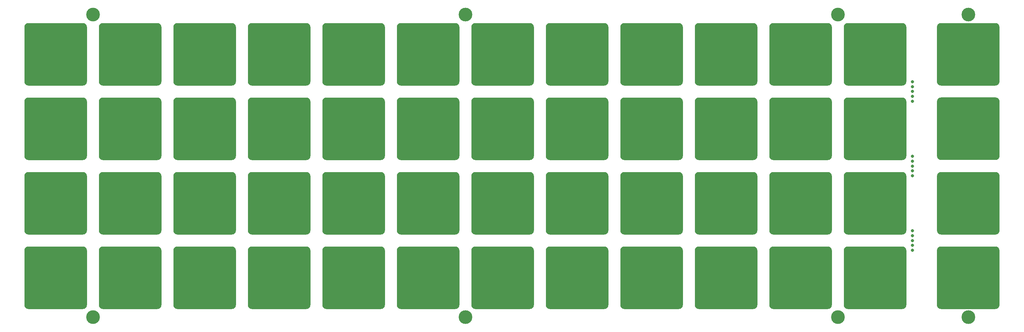
<source format=gbr>
G04 #@! TF.GenerationSoftware,KiCad,Pcbnew,(5.1.10-1-10_14)*
G04 #@! TF.CreationDate,2021-08-20T16:51:13-05:00*
G04 #@! TF.ProjectId,ori_top_plate,6f72695f-746f-4705-9f70-6c6174652e6b,rev?*
G04 #@! TF.SameCoordinates,Original*
G04 #@! TF.FileFunction,Soldermask,Top*
G04 #@! TF.FilePolarity,Negative*
%FSLAX46Y46*%
G04 Gerber Fmt 4.6, Leading zero omitted, Abs format (unit mm)*
G04 Created by KiCad (PCBNEW (5.1.10-1-10_14)) date 2021-08-20 16:51:13*
%MOMM*%
%LPD*%
G01*
G04 APERTURE LIST*
%ADD10C,0.800000*%
%ADD11C,3.500000*%
G04 APERTURE END LIST*
G36*
G01*
X397336010Y-100164700D02*
X397336010Y-114148700D01*
G75*
G02*
X396328010Y-115156700I-1008000J0D01*
G01*
X382344010Y-115156700D01*
G75*
G02*
X381336010Y-114148700I0J1008000D01*
G01*
X381336010Y-100164700D01*
G75*
G02*
X382344010Y-99156700I1008000J0D01*
G01*
X396328010Y-99156700D01*
G75*
G02*
X397336010Y-100164700I0J-1008000D01*
G01*
G37*
G36*
G01*
X397361002Y-81114620D02*
X397361002Y-95098620D01*
G75*
G02*
X396353002Y-96106620I-1008000J0D01*
G01*
X382369002Y-96106620D01*
G75*
G02*
X381361002Y-95098620I0J1008000D01*
G01*
X381361002Y-81114620D01*
G75*
G02*
X382369002Y-80106620I1008000J0D01*
G01*
X396353002Y-80106620D01*
G75*
G02*
X397361002Y-81114620I0J-1008000D01*
G01*
G37*
G36*
G01*
X397361370Y-62051880D02*
X397361370Y-76035880D01*
G75*
G02*
X396353370Y-77043880I-1008000J0D01*
G01*
X382369370Y-77043880D01*
G75*
G02*
X381361370Y-76035880I0J1008000D01*
G01*
X381361370Y-62051880D01*
G75*
G02*
X382369370Y-61043880I1008000J0D01*
G01*
X396353370Y-61043880D01*
G75*
G02*
X397361370Y-62051880I0J-1008000D01*
G01*
G37*
G36*
G01*
X397336010Y-43014460D02*
X397336010Y-56998460D01*
G75*
G02*
X396328010Y-58006460I-1008000J0D01*
G01*
X382344010Y-58006460D01*
G75*
G02*
X381336010Y-56998460I0J1008000D01*
G01*
X381336010Y-43014460D01*
G75*
G02*
X382344010Y-42006460I1008000J0D01*
G01*
X396328010Y-42006460D01*
G75*
G02*
X397336010Y-43014460I0J-1008000D01*
G01*
G37*
G36*
G01*
X373523410Y-100164700D02*
X373523410Y-114148700D01*
G75*
G02*
X372515410Y-115156700I-1008000J0D01*
G01*
X358531410Y-115156700D01*
G75*
G02*
X357523410Y-114148700I0J1008000D01*
G01*
X357523410Y-100164700D01*
G75*
G02*
X358531410Y-99156700I1008000J0D01*
G01*
X372515410Y-99156700D01*
G75*
G02*
X373523410Y-100164700I0J-1008000D01*
G01*
G37*
G36*
G01*
X354473330Y-100168000D02*
X354473330Y-114152000D01*
G75*
G02*
X353465330Y-115160000I-1008000J0D01*
G01*
X339481330Y-115160000D01*
G75*
G02*
X338473330Y-114152000I0J1008000D01*
G01*
X338473330Y-100168000D01*
G75*
G02*
X339481330Y-99160000I1008000J0D01*
G01*
X353465330Y-99160000D01*
G75*
G02*
X354473330Y-100168000I0J-1008000D01*
G01*
G37*
G36*
G01*
X335423250Y-100164700D02*
X335423250Y-114148700D01*
G75*
G02*
X334415250Y-115156700I-1008000J0D01*
G01*
X320431250Y-115156700D01*
G75*
G02*
X319423250Y-114148700I0J1008000D01*
G01*
X319423250Y-100164700D01*
G75*
G02*
X320431250Y-99156700I1008000J0D01*
G01*
X334415250Y-99156700D01*
G75*
G02*
X335423250Y-100164700I0J-1008000D01*
G01*
G37*
G36*
G01*
X316373170Y-100164700D02*
X316373170Y-114148700D01*
G75*
G02*
X315365170Y-115156700I-1008000J0D01*
G01*
X301381170Y-115156700D01*
G75*
G02*
X300373170Y-114148700I0J1008000D01*
G01*
X300373170Y-100164700D01*
G75*
G02*
X301381170Y-99156700I1008000J0D01*
G01*
X315365170Y-99156700D01*
G75*
G02*
X316373170Y-100164700I0J-1008000D01*
G01*
G37*
G36*
G01*
X297323090Y-100164700D02*
X297323090Y-114148700D01*
G75*
G02*
X296315090Y-115156700I-1008000J0D01*
G01*
X282331090Y-115156700D01*
G75*
G02*
X281323090Y-114148700I0J1008000D01*
G01*
X281323090Y-100164700D01*
G75*
G02*
X282331090Y-99156700I1008000J0D01*
G01*
X296315090Y-99156700D01*
G75*
G02*
X297323090Y-100164700I0J-1008000D01*
G01*
G37*
G36*
G01*
X278273010Y-100164700D02*
X278273010Y-114148700D01*
G75*
G02*
X277265010Y-115156700I-1008000J0D01*
G01*
X263281010Y-115156700D01*
G75*
G02*
X262273010Y-114148700I0J1008000D01*
G01*
X262273010Y-100164700D01*
G75*
G02*
X263281010Y-99156700I1008000J0D01*
G01*
X277265010Y-99156700D01*
G75*
G02*
X278273010Y-100164700I0J-1008000D01*
G01*
G37*
G36*
G01*
X259222930Y-100164700D02*
X259222930Y-114148700D01*
G75*
G02*
X258214930Y-115156700I-1008000J0D01*
G01*
X244230930Y-115156700D01*
G75*
G02*
X243222930Y-114148700I0J1008000D01*
G01*
X243222930Y-100164700D01*
G75*
G02*
X244230930Y-99156700I1008000J0D01*
G01*
X258214930Y-99156700D01*
G75*
G02*
X259222930Y-100164700I0J-1008000D01*
G01*
G37*
G36*
G01*
X240172850Y-100164700D02*
X240172850Y-114148700D01*
G75*
G02*
X239164850Y-115156700I-1008000J0D01*
G01*
X225180850Y-115156700D01*
G75*
G02*
X224172850Y-114148700I0J1008000D01*
G01*
X224172850Y-100164700D01*
G75*
G02*
X225180850Y-99156700I1008000J0D01*
G01*
X239164850Y-99156700D01*
G75*
G02*
X240172850Y-100164700I0J-1008000D01*
G01*
G37*
G36*
G01*
X221122770Y-100164700D02*
X221122770Y-114148700D01*
G75*
G02*
X220114770Y-115156700I-1008000J0D01*
G01*
X206130770Y-115156700D01*
G75*
G02*
X205122770Y-114148700I0J1008000D01*
G01*
X205122770Y-100164700D01*
G75*
G02*
X206130770Y-99156700I1008000J0D01*
G01*
X220114770Y-99156700D01*
G75*
G02*
X221122770Y-100164700I0J-1008000D01*
G01*
G37*
G36*
G01*
X202072690Y-100164700D02*
X202072690Y-114148700D01*
G75*
G02*
X201064690Y-115156700I-1008000J0D01*
G01*
X187080690Y-115156700D01*
G75*
G02*
X186072690Y-114148700I0J1008000D01*
G01*
X186072690Y-100164700D01*
G75*
G02*
X187080690Y-99156700I1008000J0D01*
G01*
X201064690Y-99156700D01*
G75*
G02*
X202072690Y-100164700I0J-1008000D01*
G01*
G37*
G36*
G01*
X183022610Y-100164700D02*
X183022610Y-114148700D01*
G75*
G02*
X182014610Y-115156700I-1008000J0D01*
G01*
X168030610Y-115156700D01*
G75*
G02*
X167022610Y-114148700I0J1008000D01*
G01*
X167022610Y-100164700D01*
G75*
G02*
X168030610Y-99156700I1008000J0D01*
G01*
X182014610Y-99156700D01*
G75*
G02*
X183022610Y-100164700I0J-1008000D01*
G01*
G37*
G36*
G01*
X163972530Y-100164700D02*
X163972530Y-114148700D01*
G75*
G02*
X162964530Y-115156700I-1008000J0D01*
G01*
X148980530Y-115156700D01*
G75*
G02*
X147972530Y-114148700I0J1008000D01*
G01*
X147972530Y-100164700D01*
G75*
G02*
X148980530Y-99156700I1008000J0D01*
G01*
X162964530Y-99156700D01*
G75*
G02*
X163972530Y-100164700I0J-1008000D01*
G01*
G37*
G36*
G01*
X373523410Y-81114620D02*
X373523410Y-95098620D01*
G75*
G02*
X372515410Y-96106620I-1008000J0D01*
G01*
X358531410Y-96106620D01*
G75*
G02*
X357523410Y-95098620I0J1008000D01*
G01*
X357523410Y-81114620D01*
G75*
G02*
X358531410Y-80106620I1008000J0D01*
G01*
X372515410Y-80106620D01*
G75*
G02*
X373523410Y-81114620I0J-1008000D01*
G01*
G37*
G36*
G01*
X354473330Y-81114620D02*
X354473330Y-95098620D01*
G75*
G02*
X353465330Y-96106620I-1008000J0D01*
G01*
X339481330Y-96106620D01*
G75*
G02*
X338473330Y-95098620I0J1008000D01*
G01*
X338473330Y-81114620D01*
G75*
G02*
X339481330Y-80106620I1008000J0D01*
G01*
X353465330Y-80106620D01*
G75*
G02*
X354473330Y-81114620I0J-1008000D01*
G01*
G37*
G36*
G01*
X335423250Y-81114620D02*
X335423250Y-95098620D01*
G75*
G02*
X334415250Y-96106620I-1008000J0D01*
G01*
X320431250Y-96106620D01*
G75*
G02*
X319423250Y-95098620I0J1008000D01*
G01*
X319423250Y-81114620D01*
G75*
G02*
X320431250Y-80106620I1008000J0D01*
G01*
X334415250Y-80106620D01*
G75*
G02*
X335423250Y-81114620I0J-1008000D01*
G01*
G37*
G36*
G01*
X316373170Y-81114620D02*
X316373170Y-95098620D01*
G75*
G02*
X315365170Y-96106620I-1008000J0D01*
G01*
X301381170Y-96106620D01*
G75*
G02*
X300373170Y-95098620I0J1008000D01*
G01*
X300373170Y-81114620D01*
G75*
G02*
X301381170Y-80106620I1008000J0D01*
G01*
X315365170Y-80106620D01*
G75*
G02*
X316373170Y-81114620I0J-1008000D01*
G01*
G37*
G36*
G01*
X297323090Y-81114620D02*
X297323090Y-95098620D01*
G75*
G02*
X296315090Y-96106620I-1008000J0D01*
G01*
X282331090Y-96106620D01*
G75*
G02*
X281323090Y-95098620I0J1008000D01*
G01*
X281323090Y-81114620D01*
G75*
G02*
X282331090Y-80106620I1008000J0D01*
G01*
X296315090Y-80106620D01*
G75*
G02*
X297323090Y-81114620I0J-1008000D01*
G01*
G37*
G36*
G01*
X278273010Y-81114620D02*
X278273010Y-95098620D01*
G75*
G02*
X277265010Y-96106620I-1008000J0D01*
G01*
X263281010Y-96106620D01*
G75*
G02*
X262273010Y-95098620I0J1008000D01*
G01*
X262273010Y-81114620D01*
G75*
G02*
X263281010Y-80106620I1008000J0D01*
G01*
X277265010Y-80106620D01*
G75*
G02*
X278273010Y-81114620I0J-1008000D01*
G01*
G37*
G36*
G01*
X259222930Y-81114620D02*
X259222930Y-95098620D01*
G75*
G02*
X258214930Y-96106620I-1008000J0D01*
G01*
X244230930Y-96106620D01*
G75*
G02*
X243222930Y-95098620I0J1008000D01*
G01*
X243222930Y-81114620D01*
G75*
G02*
X244230930Y-80106620I1008000J0D01*
G01*
X258214930Y-80106620D01*
G75*
G02*
X259222930Y-81114620I0J-1008000D01*
G01*
G37*
G36*
G01*
X240172850Y-81114620D02*
X240172850Y-95098620D01*
G75*
G02*
X239164850Y-96106620I-1008000J0D01*
G01*
X225180850Y-96106620D01*
G75*
G02*
X224172850Y-95098620I0J1008000D01*
G01*
X224172850Y-81114620D01*
G75*
G02*
X225180850Y-80106620I1008000J0D01*
G01*
X239164850Y-80106620D01*
G75*
G02*
X240172850Y-81114620I0J-1008000D01*
G01*
G37*
G36*
G01*
X221122770Y-81114620D02*
X221122770Y-95098620D01*
G75*
G02*
X220114770Y-96106620I-1008000J0D01*
G01*
X206130770Y-96106620D01*
G75*
G02*
X205122770Y-95098620I0J1008000D01*
G01*
X205122770Y-81114620D01*
G75*
G02*
X206130770Y-80106620I1008000J0D01*
G01*
X220114770Y-80106620D01*
G75*
G02*
X221122770Y-81114620I0J-1008000D01*
G01*
G37*
G36*
G01*
X202072690Y-81114620D02*
X202072690Y-95098620D01*
G75*
G02*
X201064690Y-96106620I-1008000J0D01*
G01*
X187080690Y-96106620D01*
G75*
G02*
X186072690Y-95098620I0J1008000D01*
G01*
X186072690Y-81114620D01*
G75*
G02*
X187080690Y-80106620I1008000J0D01*
G01*
X201064690Y-80106620D01*
G75*
G02*
X202072690Y-81114620I0J-1008000D01*
G01*
G37*
G36*
G01*
X183022610Y-81114620D02*
X183022610Y-95098620D01*
G75*
G02*
X182014610Y-96106620I-1008000J0D01*
G01*
X168030610Y-96106620D01*
G75*
G02*
X167022610Y-95098620I0J1008000D01*
G01*
X167022610Y-81114620D01*
G75*
G02*
X168030610Y-80106620I1008000J0D01*
G01*
X182014610Y-80106620D01*
G75*
G02*
X183022610Y-81114620I0J-1008000D01*
G01*
G37*
G36*
G01*
X163972530Y-81114620D02*
X163972530Y-95098620D01*
G75*
G02*
X162964530Y-96106620I-1008000J0D01*
G01*
X148980530Y-96106620D01*
G75*
G02*
X147972530Y-95098620I0J1008000D01*
G01*
X147972530Y-81114620D01*
G75*
G02*
X148980530Y-80106620I1008000J0D01*
G01*
X162964530Y-80106620D01*
G75*
G02*
X163972530Y-81114620I0J-1008000D01*
G01*
G37*
G36*
G01*
X373523410Y-62064540D02*
X373523410Y-76048540D01*
G75*
G02*
X372515410Y-77056540I-1008000J0D01*
G01*
X358531410Y-77056540D01*
G75*
G02*
X357523410Y-76048540I0J1008000D01*
G01*
X357523410Y-62064540D01*
G75*
G02*
X358531410Y-61056540I1008000J0D01*
G01*
X372515410Y-61056540D01*
G75*
G02*
X373523410Y-62064540I0J-1008000D01*
G01*
G37*
G36*
G01*
X354473330Y-62064540D02*
X354473330Y-76048540D01*
G75*
G02*
X353465330Y-77056540I-1008000J0D01*
G01*
X339481330Y-77056540D01*
G75*
G02*
X338473330Y-76048540I0J1008000D01*
G01*
X338473330Y-62064540D01*
G75*
G02*
X339481330Y-61056540I1008000J0D01*
G01*
X353465330Y-61056540D01*
G75*
G02*
X354473330Y-62064540I0J-1008000D01*
G01*
G37*
G36*
G01*
X335423250Y-62064540D02*
X335423250Y-76048540D01*
G75*
G02*
X334415250Y-77056540I-1008000J0D01*
G01*
X320431250Y-77056540D01*
G75*
G02*
X319423250Y-76048540I0J1008000D01*
G01*
X319423250Y-62064540D01*
G75*
G02*
X320431250Y-61056540I1008000J0D01*
G01*
X334415250Y-61056540D01*
G75*
G02*
X335423250Y-62064540I0J-1008000D01*
G01*
G37*
G36*
G01*
X316373170Y-62064540D02*
X316373170Y-76048540D01*
G75*
G02*
X315365170Y-77056540I-1008000J0D01*
G01*
X301381170Y-77056540D01*
G75*
G02*
X300373170Y-76048540I0J1008000D01*
G01*
X300373170Y-62064540D01*
G75*
G02*
X301381170Y-61056540I1008000J0D01*
G01*
X315365170Y-61056540D01*
G75*
G02*
X316373170Y-62064540I0J-1008000D01*
G01*
G37*
G36*
G01*
X297323090Y-62064540D02*
X297323090Y-76048540D01*
G75*
G02*
X296315090Y-77056540I-1008000J0D01*
G01*
X282331090Y-77056540D01*
G75*
G02*
X281323090Y-76048540I0J1008000D01*
G01*
X281323090Y-62064540D01*
G75*
G02*
X282331090Y-61056540I1008000J0D01*
G01*
X296315090Y-61056540D01*
G75*
G02*
X297323090Y-62064540I0J-1008000D01*
G01*
G37*
G36*
G01*
X278273010Y-62064540D02*
X278273010Y-76048540D01*
G75*
G02*
X277265010Y-77056540I-1008000J0D01*
G01*
X263281010Y-77056540D01*
G75*
G02*
X262273010Y-76048540I0J1008000D01*
G01*
X262273010Y-62064540D01*
G75*
G02*
X263281010Y-61056540I1008000J0D01*
G01*
X277265010Y-61056540D01*
G75*
G02*
X278273010Y-62064540I0J-1008000D01*
G01*
G37*
G36*
G01*
X259222930Y-62064540D02*
X259222930Y-76048540D01*
G75*
G02*
X258214930Y-77056540I-1008000J0D01*
G01*
X244230930Y-77056540D01*
G75*
G02*
X243222930Y-76048540I0J1008000D01*
G01*
X243222930Y-62064540D01*
G75*
G02*
X244230930Y-61056540I1008000J0D01*
G01*
X258214930Y-61056540D01*
G75*
G02*
X259222930Y-62064540I0J-1008000D01*
G01*
G37*
G36*
G01*
X240172850Y-62064540D02*
X240172850Y-76048540D01*
G75*
G02*
X239164850Y-77056540I-1008000J0D01*
G01*
X225180850Y-77056540D01*
G75*
G02*
X224172850Y-76048540I0J1008000D01*
G01*
X224172850Y-62064540D01*
G75*
G02*
X225180850Y-61056540I1008000J0D01*
G01*
X239164850Y-61056540D01*
G75*
G02*
X240172850Y-62064540I0J-1008000D01*
G01*
G37*
G36*
G01*
X221122770Y-62064540D02*
X221122770Y-76048540D01*
G75*
G02*
X220114770Y-77056540I-1008000J0D01*
G01*
X206130770Y-77056540D01*
G75*
G02*
X205122770Y-76048540I0J1008000D01*
G01*
X205122770Y-62064540D01*
G75*
G02*
X206130770Y-61056540I1008000J0D01*
G01*
X220114770Y-61056540D01*
G75*
G02*
X221122770Y-62064540I0J-1008000D01*
G01*
G37*
G36*
G01*
X202072690Y-62064540D02*
X202072690Y-76048540D01*
G75*
G02*
X201064690Y-77056540I-1008000J0D01*
G01*
X187080690Y-77056540D01*
G75*
G02*
X186072690Y-76048540I0J1008000D01*
G01*
X186072690Y-62064540D01*
G75*
G02*
X187080690Y-61056540I1008000J0D01*
G01*
X201064690Y-61056540D01*
G75*
G02*
X202072690Y-62064540I0J-1008000D01*
G01*
G37*
G36*
G01*
X183022610Y-62064540D02*
X183022610Y-76048540D01*
G75*
G02*
X182014610Y-77056540I-1008000J0D01*
G01*
X168030610Y-77056540D01*
G75*
G02*
X167022610Y-76048540I0J1008000D01*
G01*
X167022610Y-62064540D01*
G75*
G02*
X168030610Y-61056540I1008000J0D01*
G01*
X182014610Y-61056540D01*
G75*
G02*
X183022610Y-62064540I0J-1008000D01*
G01*
G37*
G36*
G01*
X163972530Y-62064540D02*
X163972530Y-76048540D01*
G75*
G02*
X162964530Y-77056540I-1008000J0D01*
G01*
X148980530Y-77056540D01*
G75*
G02*
X147972530Y-76048540I0J1008000D01*
G01*
X147972530Y-62064540D01*
G75*
G02*
X148980530Y-61056540I1008000J0D01*
G01*
X162964530Y-61056540D01*
G75*
G02*
X163972530Y-62064540I0J-1008000D01*
G01*
G37*
G36*
G01*
X373523410Y-43014460D02*
X373523410Y-56998460D01*
G75*
G02*
X372515410Y-58006460I-1008000J0D01*
G01*
X358531410Y-58006460D01*
G75*
G02*
X357523410Y-56998460I0J1008000D01*
G01*
X357523410Y-43014460D01*
G75*
G02*
X358531410Y-42006460I1008000J0D01*
G01*
X372515410Y-42006460D01*
G75*
G02*
X373523410Y-43014460I0J-1008000D01*
G01*
G37*
G36*
G01*
X354473330Y-43014460D02*
X354473330Y-56998460D01*
G75*
G02*
X353465330Y-58006460I-1008000J0D01*
G01*
X339481330Y-58006460D01*
G75*
G02*
X338473330Y-56998460I0J1008000D01*
G01*
X338473330Y-43014460D01*
G75*
G02*
X339481330Y-42006460I1008000J0D01*
G01*
X353465330Y-42006460D01*
G75*
G02*
X354473330Y-43014460I0J-1008000D01*
G01*
G37*
G36*
G01*
X335423250Y-43014460D02*
X335423250Y-56998460D01*
G75*
G02*
X334415250Y-58006460I-1008000J0D01*
G01*
X320431250Y-58006460D01*
G75*
G02*
X319423250Y-56998460I0J1008000D01*
G01*
X319423250Y-43014460D01*
G75*
G02*
X320431250Y-42006460I1008000J0D01*
G01*
X334415250Y-42006460D01*
G75*
G02*
X335423250Y-43014460I0J-1008000D01*
G01*
G37*
G36*
G01*
X316373170Y-43014460D02*
X316373170Y-56998460D01*
G75*
G02*
X315365170Y-58006460I-1008000J0D01*
G01*
X301381170Y-58006460D01*
G75*
G02*
X300373170Y-56998460I0J1008000D01*
G01*
X300373170Y-43014460D01*
G75*
G02*
X301381170Y-42006460I1008000J0D01*
G01*
X315365170Y-42006460D01*
G75*
G02*
X316373170Y-43014460I0J-1008000D01*
G01*
G37*
G36*
G01*
X297323090Y-43014460D02*
X297323090Y-56998460D01*
G75*
G02*
X296315090Y-58006460I-1008000J0D01*
G01*
X282331090Y-58006460D01*
G75*
G02*
X281323090Y-56998460I0J1008000D01*
G01*
X281323090Y-43014460D01*
G75*
G02*
X282331090Y-42006460I1008000J0D01*
G01*
X296315090Y-42006460D01*
G75*
G02*
X297323090Y-43014460I0J-1008000D01*
G01*
G37*
G36*
G01*
X278273010Y-43014460D02*
X278273010Y-56998460D01*
G75*
G02*
X277265010Y-58006460I-1008000J0D01*
G01*
X263281010Y-58006460D01*
G75*
G02*
X262273010Y-56998460I0J1008000D01*
G01*
X262273010Y-43014460D01*
G75*
G02*
X263281010Y-42006460I1008000J0D01*
G01*
X277265010Y-42006460D01*
G75*
G02*
X278273010Y-43014460I0J-1008000D01*
G01*
G37*
G36*
G01*
X259222930Y-43014460D02*
X259222930Y-56998460D01*
G75*
G02*
X258214930Y-58006460I-1008000J0D01*
G01*
X244230930Y-58006460D01*
G75*
G02*
X243222930Y-56998460I0J1008000D01*
G01*
X243222930Y-43014460D01*
G75*
G02*
X244230930Y-42006460I1008000J0D01*
G01*
X258214930Y-42006460D01*
G75*
G02*
X259222930Y-43014460I0J-1008000D01*
G01*
G37*
G36*
G01*
X240172850Y-43014460D02*
X240172850Y-56998460D01*
G75*
G02*
X239164850Y-58006460I-1008000J0D01*
G01*
X225180850Y-58006460D01*
G75*
G02*
X224172850Y-56998460I0J1008000D01*
G01*
X224172850Y-43014460D01*
G75*
G02*
X225180850Y-42006460I1008000J0D01*
G01*
X239164850Y-42006460D01*
G75*
G02*
X240172850Y-43014460I0J-1008000D01*
G01*
G37*
G36*
G01*
X221122770Y-43014460D02*
X221122770Y-56998460D01*
G75*
G02*
X220114770Y-58006460I-1008000J0D01*
G01*
X206130770Y-58006460D01*
G75*
G02*
X205122770Y-56998460I0J1008000D01*
G01*
X205122770Y-43014460D01*
G75*
G02*
X206130770Y-42006460I1008000J0D01*
G01*
X220114770Y-42006460D01*
G75*
G02*
X221122770Y-43014460I0J-1008000D01*
G01*
G37*
G36*
G01*
X202072690Y-43014460D02*
X202072690Y-56998460D01*
G75*
G02*
X201064690Y-58006460I-1008000J0D01*
G01*
X187080690Y-58006460D01*
G75*
G02*
X186072690Y-56998460I0J1008000D01*
G01*
X186072690Y-43014460D01*
G75*
G02*
X187080690Y-42006460I1008000J0D01*
G01*
X201064690Y-42006460D01*
G75*
G02*
X202072690Y-43014460I0J-1008000D01*
G01*
G37*
G36*
G01*
X183022610Y-43014460D02*
X183022610Y-56998460D01*
G75*
G02*
X182014610Y-58006460I-1008000J0D01*
G01*
X168030610Y-58006460D01*
G75*
G02*
X167022610Y-56998460I0J1008000D01*
G01*
X167022610Y-43014460D01*
G75*
G02*
X168030610Y-42006460I1008000J0D01*
G01*
X182014610Y-42006460D01*
G75*
G02*
X183022610Y-43014460I0J-1008000D01*
G01*
G37*
G36*
G01*
X163972530Y-43014460D02*
X163972530Y-56998460D01*
G75*
G02*
X162964530Y-58006460I-1008000J0D01*
G01*
X148980530Y-58006460D01*
G75*
G02*
X147972530Y-56998460I0J1008000D01*
G01*
X147972530Y-43014460D01*
G75*
G02*
X148980530Y-42006460I1008000J0D01*
G01*
X162964530Y-42006460D01*
G75*
G02*
X163972530Y-43014460I0J-1008000D01*
G01*
G37*
D10*
X375048450Y-97631692D03*
X375048450Y-96381692D03*
X375048450Y-95131692D03*
X375048450Y-98881692D03*
X375048450Y-100131692D03*
X375048450Y-78581580D03*
X375048450Y-77331580D03*
X375048450Y-76081580D03*
X375048450Y-79831580D03*
X375048450Y-81081580D03*
X375048450Y-59518808D03*
X375048450Y-58268808D03*
X375048450Y-57018808D03*
X375048450Y-60768808D03*
X375048450Y-62018808D03*
D11*
X165523314Y-39873575D03*
X165523314Y-117264265D03*
X260773394Y-39873575D03*
X260773394Y-117264265D03*
X356023474Y-39873575D03*
X356023474Y-117264265D03*
X389361002Y-39873575D03*
X389361002Y-117264265D03*
M02*

</source>
